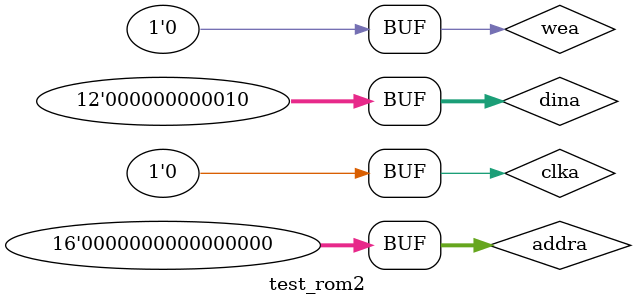
<source format=v>
`timescale 1ns / 1ps


module test_rom2;

	// Inputs
	reg clka;
	reg [0:0] wea;
	reg [15:0] addra;
	reg [11:0] dina;

	// Outputs
	wire [11:0] douta;

	// Instantiate the Unit Under Test (UUT)
	Test uut (
		.clka(clka), 
		.wea(wea), 
		.addra(addra), 
		.dina(dina), 
		.douta(douta)
	);

	initial begin
		// Initialize Inputs
		wea = 0;
		addra = 0;
		dina = 0;
		#100;
		// Wait 100 ns for global reset to finish
		dina = 1;
      #100;
		dina = 2;
		// Add stimulus here

	end
	
	always begin
		clka = 1;
		#50;
		clka = 0;
		#50;
	end
      
endmodule


</source>
